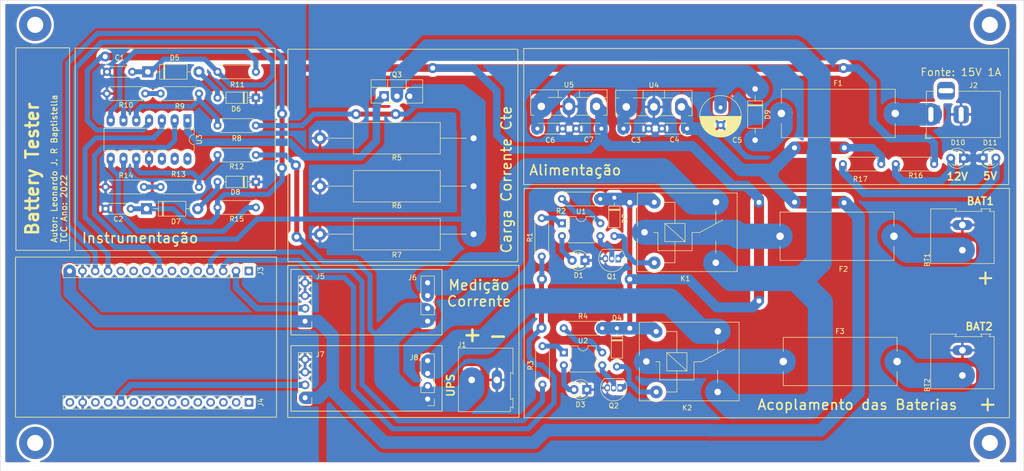
<source format=kicad_pcb>
(kicad_pcb (version 20211014) (generator pcbnew)
  (layers (0 "F.Cu" signal) (31 "B.Cu" signal) (34 "B.Paste" user) (35 "F.Paste" user) (36 "B.SilkS" user "B.Silkscreen") (37 "F.SilkS" user "F.Silkscreen") (38 "B.Mask" user) (39 "F.Mask" user) (44 "Edge.Cuts" user))
  (net 0 "")
  (net 1 "GND")
  (net 2 "Net-(D1-Pad2)")
  (net 3 "+12V")
  (net 4 "Net-(D2-Pad2)")
  (net 5 "+bat1")
  (net 6 "LOAD")
  (net 7 "Net-(Q1-Pad2)")
  (net 8 "Net-(R1-Pad2)")
  (net 9 "Net-(R2-Pad1)")
  (net 10 "Net-(D3-Pad2)")
  (net 11 "Net-(D4-Pad2)")
  (net 12 "+bat2")
  (net 13 "Net-(Q3-Pad1)")
  (net 14 "Net-(Q2-Pad2)")
  (net 15 "Net-(R3-Pad2)")
  (net 16 "Net-(R4-Pad1)")
  (net 17 "Net-(D10-Pad2)")
  (net 18 "Net-(D11-Pad2)")
  (net 19 "Net-(D5-Pad2)")
  (net 20 "Net-(D7-Pad2)")
  (net 21 "V_IN1")
  (net 22 "Net-(F1-Pad2)")
  (net 23 "Net-(R10-Pad1)")
  (net 24 "+UPS")
  (net 25 "Net-(R8-Pad2)")
  (net 26 "Net-(R11-Pad1)")
  (net 27 "Net-(R13-Pad2)")
  (net 28 "Net-(R12-Pad2)")
  (net 29 "Net-(BT1-Pad1)")
  (net 30 "Net-(BT2-Pad1)")
  (net 31 "Net-(C3-Pad1)")
  (net 32 "+5V")
  (net 33 "Net-(D9-Pad2)")
  (net 34 "Net-(R15-Pad1)")
  (net 35 "AMP1")
  (net 36 "AMP2")
  (net 37 "EN")
  (net 38 "VP")
  (net 39 "VN")
  (net 40 "D34")
  (net 41 "D35")
  (net 42 "D32")
  (net 43 "D33")
  (net 44 "D25")
  (net 45 "D26")
  (net 46 "D27")
  (net 47 "D14")
  (net 48 "D12")
  (net 49 "D13")
  (net 50 "D23")
  (net 51 "D22")
  (net 52 "TX0")
  (net 53 "RX0")
  (net 54 "D21")
  (net 55 "D19")
  (net 56 "D18")
  (net 57 "D5")
  (net 58 "TX2")
  (net 59 "RX2")
  (net 60 "D4")
  (net 61 "D2")
  (net 62 "D15")
  (net 63 "+3V3")
  (footprint "Resistor_THT:R_Axial_DIN0207_L6.3mm_D2.5mm_P7.62mm_Horizontal" (layer "F.Cu") (at 91.01 92.186 180)
    (fp_text reference "R13")
    (fp_text value "6.2k" hide)
  )
  (footprint "Resistor_THT:R_Axial_DIN0617_L17.0mm_D6.0mm_P30.48mm_Horizontal" (layer "F.Cu") (at 145.532 101.557 180)
    (fp_text reference "R7")
    (fp_text value "1.5R" hide)
  )
  (footprint "Fuse:Fuseholder_Cylinder-5x20mm_Stelvio-Kontek_PTF78_Horizontal_Open" (layer "F.Cu") (at 206.368 101.967)
    (fp_text reference "F2")
    (fp_text value "Fuse" hide)
  )
  (footprint "Connector_PinHeader_2.54mm:PinHeader_1x04_P2.54mm_Vertical" (layer "F.Cu") (at 112.07 134.022 180)
    (fp_text reference "J7")
    (fp_text value "Conn_01x04" hide)
  )
  (footprint "Package_DIP:DIP-4_W7.62mm" (layer "F.Cu") (at 163.068 99.393)
    (fp_text reference "U1")
    (fp_text value "PC817" hide)
  )
  (footprint "Resistor_THT:R_Axial_DIN0207_L6.3mm_D2.5mm_P7.62mm_Horizontal" (layer "F.Cu") (at 102.313 96.25 180)
    (fp_text reference "R15")
    (fp_text value "1k" hide)
  )
  (footprint "Connector_PinHeader_2.54mm:PinHeader_1x04_P2.54mm_Vertical" (layer "F.Cu") (at 112.07 118.832 180)
    (fp_text reference "J5")
    (fp_text value "Conn_01x04" hide)
  )
  (footprint "Diode_THT:D_DO-41_SOD81_P10.16mm_Horizontal" (layer "F.Cu") (at 80.85 69.326)
    (fp_text reference "D5")
    (fp_text value "1N4728A" hide)
  )
  (footprint "Connector_BarrelJack:BarrelJack_Horizontal" (layer "F.Cu") (at 236.306 77.7785 180)
    (fp_text reference "J2")
    (fp_text value "Jack-DC" hide)
  )
  (footprint "MountingHole:MountingHole_3.2mm_M3_Pad" (layer "F.Cu") (at 58.5 60)
    (fp_text reference "REF**" hide)
    (fp_text value "MountingHole_3.2mm_M3_Pad" hide)
  )
  (footprint "Resistor_THT:R_Axial_DIN0207_L6.3mm_D2.5mm_P7.62mm_Horizontal" (layer "F.Cu") (at 102.313 79.994 180)
    (fp_text reference "R8")
    (fp_text value "33k" hide)
  )
  (footprint "Diode_THT:D_DO-35_SOD27_P7.62mm_Horizontal" (layer "F.Cu") (at 102.313 91.17 180)
    (fp_text reference "D8")
    (fp_text value "1N4148" hide)
  )
  (footprint "LED_THT:LED_D3.0mm" (layer "F.Cu") (at 167.635 106.764 180)
    (fp_text reference "D1")
    (fp_text value "LED" hide)
  )
  (footprint "Package_TO_SOT_THT:TO-92_Inline" (layer "F.Cu") (at 174.609 132.058 180)
    (fp_text reference "Q2")
    (fp_text value "BC337" hide)
  )
  (footprint "LED_THT:LED_D3.0mm" (layer "F.Cu") (at 246.67 86.442)
    (fp_text reference "D11")
    (fp_text value "LED" hide)
  )
  (footprint "Resistor_THT:R_Axial_DIN0617_L17.0mm_D6.0mm_P30.48mm_Horizontal" (layer "F.Cu") (at 145.532 82.507 180)
    (fp_text reference "R5")
    (fp_text value "1.5R" hide)
  )
  (footprint "Diode_THT:D_DO-41_SOD81_P10.16mm_Horizontal" (layer "F.Cu") (at 80.596 96.504)
    (fp_text reference "D7")
    (fp_text value "1N4728A" hide)
  )
  (footprint "Connector_PinHeader_2.54mm:PinHeader_1x04_P2.54mm_Vertical" (layer "F.Cu") (at 136.4 134.282 180)
    (fp_text reference "J8")
    (fp_text value "Conn_01x04" hide)
  )
  (footprint "Resistor_THT:R_Axial_DIN0207_L6.3mm_D2.5mm_P7.62mm_Horizontal" (layer "F.Cu") (at 159.2 131.402 90)
    (fp_text reference "R3")
    (fp_text value "1K" hide)
  )
  (footprint "Package_DIP:DIP-14_W7.62mm_LongPads" (layer "F.Cu") (at 88.729 78.963 -90)
    (fp_text reference "U3")
    (fp_text value "LM324" hide)
  )
  (footprint "Resistor_THT:R_Axial_DIN0207_L6.3mm_D2.5mm_P7.62mm_Horizontal" (layer "F.Cu") (at 102.313 85.836 180)
    (fp_text reference "R12")
    (fp_text value "33k" hide)
  )
  (footprint "MountingHole:MountingHole_3.2mm_M3_Pad" (layer "F.Cu") (at 58.5 143)
    (fp_text reference "REF**" hide)
    (fp_text value "MountingHole_3.2mm_M3_Pad" hide)
  )
  (footprint "Diode_THT:D_DO-35_SOD27_P7.62mm_Horizontal" (layer "F.Cu") (at 102.313 74.4695 180)
    (fp_text reference "D6")
    (fp_text value "1N4148" hide)
  )
  (footprint "Resistor_THT:R_Axial_DIN0207_L6.3mm_D2.5mm_P7.62mm_Horizontal" (layer "F.Cu") (at 163.058 94.572)
    (fp_text reference "R2")
    (fp_text value "1K" hide)
  )
  (footprint "Resistor_THT:R_Axial_DIN0207_L6.3mm_D2.5mm_P7.62mm_Horizontal" (layer "F.Cu") (at 218.83 87.642)
    (fp_text reference "R17")
    (fp_text value "330" hide)
  )
  (footprint "Resistor_THT:R_Axial_DIN0207_L6.3mm_D2.5mm_P7.62mm_Horizontal" (layer "F.Cu") (at 229.34 87.642)
    (fp_text reference "R16")
    (fp_text value "700" hide)
  )
  (footprint "Package_TO_SOT_THT:TO-92_Inline" (layer "F.Cu") (at 174.234 106.404 180)
    (fp_text reference "Q1")
    (fp_text value "BC337" hide)
  )
  (footprint "MountingHole:MountingHole_3.2mm_M3_Pad" (layer "F.Cu") (at 248 143)
    (fp_text reference "REF**" hide)
    (fp_text value "MountingHole_3.2mm_M3_Pad" hide)
  )
  (footprint "TerminalBlock:TerminalBlock_Altech_AK300-2_P5.00mm" (layer "F.Cu") (at 242.56 104.732 90)
    (fp_text reference "BT1")
    (fp_text value "Battery_Cell")
  )
  (footprint "Package_TO_SOT_THT:TO-220-3_Vertical" (layer "F.Cu") (at 127.762 74.168)
    (fp_text reference "Q3")
    (fp_text value "IRF540N" hide)
  )
  (footprint "Resistor_THT:R_Axial_DIN0207_L6.3mm_D2.5mm_P7.62mm_Horizontal" (layer "F.Cu") (at 163.433 120.226)
    (fp_text reference "R4")
    (fp_text value "1K" hide)
  )
  (footprint "Fuse:Fuseholder_Cylinder-5x20mm_Stelvio-Kontek_PTF78_Horizontal_Open" (layer "F.Cu") (at 206.622 77.583)
    (fp_text reference "F1")
    (fp_text value "Fuse" hide)
  )
  (footprint "Diode_THT:D_DO-35_SOD27_P7.62mm_Horizontal" (layer "F.Cu") (at 173.472 94.318 -90)
    (fp_text reference "D2")
    (fp_text value "1N4148" hide)
  )
  (footprint "Package_DIP:DIP-4_W7.62mm" (layer "F.Cu") (at 163.443 125.047)
    (fp_text reference "U2")
    (fp_text value "PC817" hide)
  )
  (footprint "Fuse:Fuseholder_Cylinder-5x20mm_Stelvio-Kontek_PTF78_Horizontal_Open" (layer "F.Cu") (at 206.997 126.83)
    (fp_text reference "F3")
    (fp_text value "Fuse" hide)
  )
  (footprint "Connector_PinHeader_2.54mm:PinHeader_1x15_P2.54mm_Vertical" (layer "F.Cu") (at 100.94 134.942 -90)
    (fp_text reference "J4")
    (fp_text value "Conn_01x15" hide)
  )
  (footprint "Capacitor_THT:C_Disc_D4.3mm_W1.9mm_P5.00mm" (layer "F.Cu") (at 77.468 96.504 180)
    (fp_text reference "C2")
    (fp_text value "10n" hide)
  )
  (footprint "MountingHole:MountingHole_3.2mm_M3_Pad" (layer "F.Cu") (at 248 60)
    (fp_text reference "REF**" hide)
    (fp_text value "MountingHole_3.2mm_M3_Pad" hide)
  )
  (footprint "Package_TO_SOT_THT:TO-218-3_Vertical" (layer "F.Cu") (at 158.966 76.193)
    (fp_text reference "U5")
    (fp_text value "L7812" hide)
  )
  (footprint "Resistor_THT:R_Axial_DIN0617_L17.0mm_D6.0mm_P30.48mm_Horizontal" (layer "F.Cu") (at 145.532 92.032 180)
    (fp_text reference "R6")
    (fp_text value "1.5R" hide)
  )
  (footprint "Relay_THT:Relay_SPDT_SANYOU_SRD_Series_Form_C" (layer "F.Cu") (at 179.45 101.176)
    (fp_text reference "K1")
    (fp_text value "AY1RC2" hide)
  )
  (footprint "Connector_PinHeader_2.54mm:PinHeader_1x04_P2.54mm_Vertical" (layer "F.Cu") (at 136.4 118.822 180)
    (fp_text reference "J6")
    (fp_text value "Conn_01x04" hide)
  )
  (footprint "Resistor_THT:R_Axial_DIN0207_L6.3mm_D2.5mm_P7.62mm_Horizontal" (layer "F.Cu") (at 80.342 73.644 180)
    (fp_text reference "R10")
    (fp_text value "330" hide)
  )
  (footprint "Relay_THT:Relay_SPDT_SANYOU_SRD_Series_Form_C" (layer "F.Cu") (at 179.825 126.83)
    (fp_text reference "K2")
    (fp_text value "AY1RC2" hide)
  )
  (footprint "Diode_THT:D_DO-35_SOD27_P7.62mm_Horizontal" (layer "F.Cu") (at 173.98 120.226 -90)
    (fp_text reference "D4")
    (fp_text value "1N4148" hide)
  )
  (footprint "TerminalBlock:TerminalBlock_Altech_AK300-2_P5.00mm" (layer "F.Cu") (at 145.145 130.482)
    (fp_text reference "J1")
    (fp_text value "Screw_Terminal_01x02" hide)
  )
  (footprint "Resistor_THT:R_Axial_DIN0207_L6.3mm_D2.5mm_P7.62mm_Horizontal" (layer "F.Cu") (at 91.01 73.644 180)
    (fp_text reference "R9")
    (fp_text value "6.2k" hide)
  )
  (footprint "Capacitor_THT:C_Disc_D4.3mm_W1.9mm_P5.00mm" (layer "F.Cu") (at 158.192 80.602)
    (fp_text reference "C6")
    (fp_text value "22uf" hide)
  )
  (footprint "Package_TO_SOT_THT:TO-218-3_Vertical" (layer "F.Cu") (at 175.831 76.284)
    (fp_text reference "U4")
    (fp_text value "L7805" hide)
  )
  (footprint "LED_THT:LED_D3.0mm" (layer "F.Cu") (at 168.01 132.418 180)
    (fp_text reference "D3")
    (fp_text value "LED" hide)
  )
  (footprint "LED_THT:LED_D3.0mm" (layer "F.Cu") (at 242.79 86.492 180)
    (fp_text reference "D10")
    (fp_text value "LED" hide)
  )
  (footprint "Capacitor_THT:C_Disc_D4.3mm_W1.9mm_P5.00mm" (layer "F.Cu") (at 187.91 80.602 180)
    (fp_text reference "C4")
    (fp_text value "0.1uf" hide)
  )
  (footprint "Capacitor_THT:CP_Radial_D8.0mm_P3.50mm" (layer "F.Cu") (at 194.554 76.409349 -90)
    (fp_text reference "C5")
    (fp_text value "220uf" hide)
  )
  (footprint "Capacitor_THT:C_Disc_D4.3mm_W1.9mm_P5.00mm" (layer "F.Cu") (at 175.29 80.602)
    (fp_text reference "C3")
    (fp_text value "22uf" hide)
  )
  (footprint "Resistor_THT:R_Axial_DIN0207_L6.3mm_D2.5mm_P7.62mm_Horizontal" (layer "F.Cu") (at 102.313 69.326 180)
    (fp_text reference "R11")
    (fp_text value "1k" hide)
  )
  (footprint "TerminalBlock:TerminalBlock_Altech_AK300-2_P5.00mm" (layer "F.Cu") (at 242.56 129.595 90)
    (fp_text reference "BT2")
    (fp_text value "Battery_Cell")
  )
  (footprint "Capacitor_THT:C_Disc_D4.3mm_W1.9mm_P5.00mm" (layer "F.Cu") (at 77.762 69.326 180)
    (fp_text reference "C1")
    (fp_text value "10n" hide)
  )
  (footprint "Diode_THT:D_DO-41_SOD81_P10.16mm_Horizontal" (layer "F.Cu") (at 201.412 72.728 -90)
    (fp_text reference "D9")
    (fp_text value "1N4007" hide)
  )
  (footprint "Resistor_THT:R_Axial_DIN0207_L6.3mm_D2.5mm_P7.62mm_Horizontal" (layer "F.Cu") (at 159.06 105.992 90)
    (fp_text reference "R1")
    (fp_text value "1K" hide)
  )
  (footprint "Resistor_THT:R_Axial_DIN0207_L6.3mm_D2.5mm_P7.62mm_Horizontal" (layer "F.Cu") (at 80.088 92.186 180)
    (fp_text reference "R14")
    (fp_text value "330" hide)
  )
  (footprint "Connector_PinHeader_2.54mm:PinHeader_1x15_P2.54mm_Vertical" (layer "F.Cu") (at 100.9 108.862 -90)
    (fp_text reference "J3")
    (fp_text value "Conn_01x15" hide)
  )
  (footprint "Capacitor_THT:C_Disc_D4.3mm_W1.9mm_P5.00mm" (layer "F.Cu") (at 170.892 80.602 180)
    (fp_text reference "C7")
    (fp_text value "0.1uf" hide)
  )
  (gr_poly (pts (xy 147.828 75.184) (xy 147.828 80.518) (xy 143.002 80.518) (xy 143.002 77.216) (xy 141.986 76.454) (xy 133.604 76.454) (xy 132.334 75.692) (xy 132.334 72.898) (xy 133.604 71.882) (xy 143.51 71.882)) (layer "B.Cu") (width 0.2) (fill solid))
  (gr_poly (pts (xy 211.074 63.754) (xy 209.804 67.056) (xy 136.398 67.056) (xy 132.334 71.374) (xy 129.032 71.374) (xy 129.032 69.723) (xy 135.763 62.992) (xy 209.804 62.992)) (layer "B.Cu") (width 0.2) (fill solid))
  (gr_rect locked (start 139.27 136.692) (end 109.27 123.692) (layer "F.SilkS") (width 0.15) (fill none))
  (gr_rect locked (start 54.67 104.75) (end 65.33 64.56) (layer "F.SilkS") (width 0.15) (fill none))
  (gr_rect locked (start 139.26 121.552) (end 109.26 108.552) (layer "F.SilkS") (width 0.15) (fill none))
  (gr_rect locked (start 108.662 64.842) (end 154.302 107.022) (layer "F.SilkS") (width 0.15) (fill none))
  (gr_rect locked (start 155.48 64.692) (end 251.75 91.712) (layer "F.SilkS") (width 0.15) (fill none))
  (gr_rect locked (start 106.143 64.634) (end 66.433 104.794) (layer "F.SilkS") (width 0.15) (fill none))
  (gr_rect locked (start 155.57 92.462) (end 251.89 137.992) (layer "F.SilkS") (width 0.15) (fill none))
  (gr_rect locked (start 106.395 106.112) (end 54.585 137.892) (layer "F.SilkS") (width 0.15) (fill none))
  (gr_rect locked (start 108.63 107.742) (end 154.53 137.932) (layer "F.SilkS") (width 0.15) (fill none))
  (gr_rect locked (start 51.562 55.118) (end 254.762 148.59) (layer "Edge.Cuts") (width 0.1) (fill none))
  (gr_text "+" (at 247.59 135.192) (layer "F.SilkS") (effects (font (size 3 3) (thickness 0.4))))
  (gr_text "12V" (at 241.55 90.102) (layer "F.SilkS") (effects (font (size 1.5 1.5) (thickness 0.3))))
  (gr_text "+" (at 145.288 121.412) (layer "F.SilkS") (effects (font (size 3 3) (thickness 0.5))))
  (gr_text "Battery Tester" (at 57.912 88.592285 90) (layer "F.SilkS") (effects (font (size 2.5 2.5) (thickness 0.5))))
  (gr_text "Instrumentação\n" (at 79.32 102.312) (layer "F.SilkS") (effects (font (size 2 2) (thickness 0.3))))
  (gr_text "-" (at 150.368 121.666) (layer "F.SilkS") (effects (font (size 3 3) (thickness 0.5))))
  (gr_text "Alimentação" (at 165.7 88.852) (layer "F.SilkS") (effects (font (size 2 2) (thickness 0.3))))
  (gr_text "5V" (at 248.06 90.012) (layer "F.SilkS") (effects (font (size 1.5 1.5) (thickness 0.3))))
  (gr_text "Carga Corrente Cte\n" (at 152.04 90.712 90) (layer "F.SilkS") (effects (font (size 2 2) (thickness 0.3))))
  (gr_text "Acoplamento das Baterias\n\n" (at 221.72 137.022) (layer "F.SilkS") (effects (font (size 2 2) (thickness 0.3))))
  (gr_text "UPS" (at 140.97 131.572 90) (layer "F.SilkS") (effects (font (size 1.5 1.5) (thickness 0.3))))
  (gr_text "Fonte: 15V 1A" (at 242.25 69.402) (layer "F.SilkS") (effects (font (size 1.5 1.5))))
  (gr_text "Medição\nCorrente\n" (at 146.59 113.272) (layer "F.SilkS") (effects (font (size 2 2) (thickness 0.3))))
  (gr_text "BAT2" (at 245.872 119.888) (layer "F.SilkS") (effects (font (size 1.5 1.5) (thickness 0.3))))
  (gr_text "+" (at 247.14 110.062) (layer "F.SilkS") (effects (font (size 3 3) (thickness 0.4))))
  (gr_text "BAT1" (at 246.126 94.996) (layer "F.SilkS") (effects (font (size 1.5 1.5) (thickness 0.3))))
  (gr_text "Autor: Leonardo J. R Baptistella\nTCC Ano: 2022" (at 63.246 103.378 90) (layer "F.SilkS") (effects (font (size 1.2 1.2) (thickness 0.2)) (justify left)))
  (segment locked (start 242.82 86.462) (end 242.79 86.492) (width 1.5) (layer "B.Cu") (net 1))
  (segment locked (start 246.67 86.442) (end 246.65 86.462) (width 1.5) (layer "B.Cu") (net 1))
  (segment locked (start 246.65 86.462) (end 242.82 86.462) (width 1.5) (layer "B.Cu") (net 1))
  (segment locked (start 163.068 101.933) (end 163.068 104.737) (width 1) (layer "B.Cu") (net 2))
  (segment locked (start 163.068 104.737) (end 165.095 106.764) (width 1) (layer "B.Cu") (net 2))
  (segment locked (start 176.53 109.728) (end 176.53 120.226) (width 1) (layer "F.Cu") (net 3))
  (segment locked (start 202.184 95.25) (end 202.184 114.808) (width 2) (layer "F.Cu") (net 3))
  (segment (start 109.474 66.294) (end 72.39 66.294) (width 1.5) (layer "F.Cu") (net 3))
  (segment (start 111.76 68.58) (end 109.474 66.294) (width 1.5) (layer "F.Cu") (net 3))
  (segment (start 137.414 68.58) (end 218.948 68.58) (width 1.5) (layer "F.Cu") (net 3))
  (segment (start 137.414 68.58) (end 111.76 68.58) (width 1.5) (layer "F.Cu") (net 3))
  (segment locked (start 176.53 95.25) (end 176.53 109.728) (width 1) (layer "F.Cu") (net 3))
  (via locked (at 72.39 66.294) (size 2) (drill 1) (layers "F.Cu" "B.Cu") (net 3))
  (via (at 218.948 68.58) (size 2) (drill 1) (layers "F.Cu" "B.Cu") (net 3))
  (via locked (at 137.414 68.58) (size 2) (drill 1) (layers "F.Cu" "B.Cu") (net 3))
  (via locked (at 176.53 120.226) (size 2) (drill 1) (layers "F.Cu" "B.Cu") (net 3))
  (via locked (at 176.53 95.25) (size 2) (drill 1) (layers "F.Cu" "B.Cu") (net 3))
  (via locked (at 202.184 114.808) (size 2) (drill 1) (layers "F.Cu" "B.Cu") (net 3))
  (via locked (at 176.53 110.49) (size 2) (drill 1) (layers "F.Cu" "B.Cu") (net 3))
  (via locked (at 202.184 95.25) (size 2) (drill 1) (layers "F.Cu" "B.Cu") (net 3))
  (segment locked (start 68.834 78.994) (end 68.834 77.216) (width 1) (layer "B.Cu") (net 3))
  (segment locked (start 68.834 69.088) (end 71.628 66.294) (width 1) (layer "B.Cu") (net 3))
  (segment locked (start 171.053 120.226) (end 181.121 120.226) (width 2.5) (layer "B.Cu") (net 3))
  (segment locked (start 202.184 95.25) (end 202.184 94.488) (width 2) (layer "B.Cu") (net 3))
  (segment locked (start 71.628 66.294) (end 72.39 66.294) (width 1) (layer "B.Cu") (net 3))
  (segment locked (start 150.114 73.152) (end 150.114 81.788) (width 1.5) (layer "B.Cu") (net 3))
  (segment locked (start 188.976 84.074) (end 196.85 91.948) (width 2) (layer "B.Cu") (net 3))
  (segment locked (start 196.85 91.948) (end 199.644 91.948) (width 2) (layer "B.Cu") (net 3))
  (segment locked (start 80.01 80.772) (end 79.91948 80.86252) (width 1) (layer "B.Cu") (net 3))
  (segment locked (start 180.746 94.572) (end 181.4 95.226) (width 2.5) (layer "B.Cu") (net 3))
  (segment locked (start 199.644 91.948) (end 202.184 94.488) (width 2) (layer "B.Cu") (net 3))
  (segment locked (start 150.114 81.788) (end 153.162 84.836) (width 1.5) (layer "B.Cu") (net 3))
  (segment locked (start 68.834 77.216) (end 68.834 69.088) (width 1) (layer "B.Cu") (net 3))
  (segment locked (start 70.70252 80.86252) (end 69.596 79.756) (width 1) (layer "B.Cu") (net 3))
  (segment locked (start 188.214 110.49) (end 193.802 116.078) (width 2) (layer "B.Cu") (net 3))
  (segment locked (start 170.892 82.5) (end 172.466 84.074) (width 2) (layer "B.Cu") (net 3))
  (segment locked (start 153.162 84.836) (end 168.556 84.836) (width 1.5) (layer "B.Cu") (net 3))
  (segment locked (start 176.774 94.572) (end 180.746 94.572) (width 1) (layer "B.Cu") (net 3))
  (segment locked (start 172.466 84.074) (end 188.976 84.074) (width 2) (layer "B.Cu") (net 3))
  (segment locked (start 177.79 120.226) (end 181.121 120.226) (width 1) (layer "B.Cu") (net 3))
  (segment locked (start 170.678 94.572) (end 174.488 94.572) (width 1.25) (layer "B.Cu") (net 3))
  (segment locked (start 236.982 83.566) (end 236.96 83.588) (width 1.5) (layer "B.Cu") (net 3))
  (segment locked (start 170.892 80.602) (end 170.892 77.169) (width 2.5) (layer "B.Cu") (net 3))
  (segment locked (start 79.91948 80.86252) (end 70.70252 80.86252) (width 1) (layer "B.Cu") (net 3))
  (segment locked (start 221.742 68.58) (end 224.79 71.628) (width 1.5) (layer "B.Cu") (net 3))
  (segment locked (start 224.79 71.628) (end 224.79 79.248) (width 1.5) (layer "B.Cu") (net 3))
  (segment locked (start 170.892 77.169) (end 169.916 76.193) (width 2.5) (layer "B.Cu") (net 3))
  (segment locked (start 168.556 84.836) (end 170.892 82.5) (width 1.5) (layer "B.Cu") (net 3))
  (segment locked (start 176.53 110.49) (end 188.214 110.49) (width 2) (layer "B.Cu") (net 3))
  (segment locked (start 81.109 79.673) (end 80.01 80.772) (width 1) (layer "B.Cu") (net 3))
  (segment locked (start 137.414 68.58) (end 145.542 68.58) (width 1.5) (layer "B.Cu") (net 3))
  (segment locked (start 193.802 116.078) (end 200.914 116.078) (width 2) (layer "B.Cu") (net 3))
  (segment locked (start 170.892 80.602) (end 170.892 82.42) (width 2.5) (layer "B.Cu") (net 3))
  (segment locked (start 224.79 79.248) (end 228.092 82.55) (width 1.5) (layer "B.Cu") (net 3))
  (segment locked (start 200.914 116.078) (end 202.184 114.808) (width 2) (layer "B.Cu") (net 3))
  (segment locked (start 81.109 78.963) (end 81.109 79.673) (width 1) (layer "B.Cu") (net 3))
  (segment (start 218.948 68.58) (end 221.742 68.58) (width 1.5) (layer "B.Cu") (net 3))
  (segment locked (start 170.678 94.572) (end 180.746 94.572) (width 2.5) (layer "B.Cu") (net 3))
  (segment locked (start 170.892 82.42) (end 170.892 82.5) (width 2.5) (layer "B.Cu") (net 3))
  (segment locked (start 171.053 120.226) (end 175.625 120.226) (width 1) (layer "B.Cu") (net 3))
  (segment locked (start 236.96 83.588) (end 236.96 87.642) (width 1.5) (layer "B.Cu") (net 3))
  (segment locked (start 181.121 120.226) (end 181.775 120.88) (width 2.5) (layer "B.Cu") (net 3))
  (segment locked (start 175.625 120.226) (end 177.79 120.226) (width 1) (layer "B.Cu") (net 3))
  (segment locked (start 235.966 82.55) (end 236.982 83.566) (width 1.5) (layer "B.Cu") (net 3))
  (segment locked (start 69.596 79.756) (end 68.834 78.994) (width 1) (layer "B.Cu") (net 3))
  (segment locked (start 145.542 68.58) (end 150.114 73.152) (width 1.5) (layer "B.Cu") (net 3))
  (segment locked (start 228.092 82.55) (end 235.966 82.55) (width 1.5) (layer "B.Cu") (net 3))
  (segment locked (start 175.504 105.134) (end 174.234 106.404) (width 1) (layer "B.Cu") (net 4))
  (segment locked (start 173.472 101.938) (end 174.996 101.938) (width 1) (layer "B.Cu") (net 4))
  (segment locked (start 177.596 107.226) (end 181.4 107.226) (width 1) (layer "B.Cu") (net 4))
  (segment locked (start 175.504 105.134) (end 177.596 107.226) (width 1) (layer "B.Cu") (net 4))
  (segment locked (start 174.996 101.938) (end 175.504 102.446) (width 1) (layer "B.Cu") (net 4))
  (segment locked (start 175.504 102.446) (end 175.504 105.134) (width 1) (layer "B.Cu") (net 4))
  (segment locked (start 179.45 101.176) (end 197.348 101.176) (width 5) (layer "B.Cu") (net 5))
  (segment locked (start 197.348 101.176) (end 198.139 101.967) (width 5) (layer "B.Cu") (net 5))
  (segment locked (start 206.368 101.967) (end 198.139 101.967) (width 5) (layer "B.Cu") (net 5))
  (segment locked (start 183.632 65.362) (end 204.206 65.362) (width 3) (layer "B.Cu") (net 6))
  (segment locked (start 214.112 75.268) (end 214.112 69.934) (width 4.5) (layer "B.Cu") (net 6))
  (segment locked (start 214.366 133.688) (end 214.366 115.175) (width 5) (layer "B.Cu") (net 6))
  (segment locked (start 209.54 110.349) (end 210.781 110.349) (width 5) (layer "B.Cu") (net 6))
  (segment locked (start 211.572 67.394) (end 209.54 65.362) (width 4.5) (layer "B.Cu") (net 6))
  (segment locked (start 193.975 132.88) (end 196.895 135.8) (width 5) (layer "B.Cu") (net 6))
  (segment locked (start 204.206 65.362) (end 209.54 65.362) (width 3.5) (layer "B.Cu") (net 6))
  (segment locked (start 130.302 74.168) (end 130.302 71.732) (width 2.5) (layer "B.Cu") (net 6))
  (segment locked (start 162.042 65.362) (end 179.822 65.362) (width 3.25) (layer "B.Cu") (net 6))
  (segment locked (start 210.781 110.349) (end 214.112 107.018) (width 5) (layer "B.Cu") (net 6))
  (segment locked (start 179.822 65.362) (end 204.206 65.362) (width 3.5) (layer "B.Cu") (net 6))
  (segment locked (start 136.642 65.362) (end 149.342 65.362) (width 2.5) (layer "B.Cu") (net 6))
  (segment locked (start 214.112 75.268) (end 214.112 85.428) (width 4.5) (layer "B.Cu") (net 6))
  (segment locked (start 179.822 65.362) (end 183.632 65.362) (width 3.25) (layer "B.Cu") (net 6))
  (segment locked (start 130.287 71.717) (end 136.642 65.362) (width 2.5) (layer "B.Cu") (net 6))
  (segment locked (start 212.254 135.8) (end 214.366 133.688) (width 5) (layer "B.Cu") (net 6))
  (segment locked (start 196.723 110.349) (end 193.6 107.226) (width 5) (layer "B.Cu") (net 6))
  (segment locked (start 214.112 107.018) (end 214.112 85.428) (width 5) (layer "B.Cu") (net 6))
  (segment locked (start 196.895 135.8) (end 212.254 135.8) (width 5) (layer "B.Cu") (net 6))
  (segment locked (start 214.112 69.934) (end 211.572 67.394) (width 4.5) (layer "B.Cu") (net 6))
  (segment locked (start 149.342 65.362) (end 162.042 65.362) (width 3) (layer "B.Cu") (net 6))
  (segment locked (start 130.302 71.732) (end 130.287 71.717) (width 2.5) (layer "B.Cu") (net 6))
  (segment locked (start 209.54 110.349) (end 196.723 110.349) (width 5) (layer "B.Cu") (net 6))
  (segment locked (start 214.366 115.175) (end 209.54 110.349) (width 5) (layer "B.Cu") (net 6))
  (segment locked (start 172.964 104.478) (end 172.202 103.716) (width 1) (layer "B.Cu") (net 7))
  (segment locked (start 172.964 106.404) (end 172.964 104.478) (width 1) (layer "B.Cu") (net 7))
  (segment locked (start 172.202 103.716) (end 171.186 103.716) (width 1) (layer "B.Cu") (net 7))
  (segment locked (start 171.186 103.716) (end 170.688 103.218) (width 1) (layer "B.Cu") (net 7))
  (segment locked (start 170.688 103.218) (end 170.688 101.933) (width 1) (layer "B.Cu") (net 7))
  (segment locked (start 161.53 98.372) (end 159.06 98.372) (width 1) (layer "B.Cu") (net 8))
  (segment locked (start 163.068 99.393) (end 162.551 99.393) (width 1) (layer "B.Cu") (net 8))
  (segment locked (start 162.551 99.393) (end 161.53 98.372) (width 1) (layer "B.Cu") (net 8))
  (segment locked (start 163.058 94.572) (end 165.598 97.112) (width 1) (layer "B.Cu") (net 9))
  (segment locked (start 168.407 97.112) (end 170.688 99.393) (width 1) (layer "B.Cu") (net 9))
  (segment locked (start 165.598 97.112) (end 168.407 97.112) (width 1) (layer "B.Cu") (net 9))
  (segment locked (start 163.443 127.587) (end 163.443 131.412) (width 1) (layer "B.Cu") (net 10))
  (segment locked (start 164.449 132.418) (end 165.47 132.418) (width 1) (layer "B.Cu") (net 10))
  (segment locked (start 163.443 131.412) (end 164.449 132.418) (width 1) (layer "B.Cu") (net 10))
  (segment locked (start 176.387 130.894) (end 175.223 132.058) (width 1) (layer "B.Cu") (net 11))
  (segment locked (start 175.625 127.846) (end 176.387 128.608) (width 1) (layer "B.Cu") (net 11))
  (segment locked (start 175.223 132.058) (end 174.609 132.058) (width 1) (layer "B.Cu") (net 11))
  (segment locked (start 176.387 130.894) (end 178.373 132.88) (width 1) (layer "B.Cu") (net 11))
  (segment locked (start 176.387 128.608) (end 176.387 130.894) (width 1) (layer "B.Cu") (net 11))
  (segment locked (start 178.373 132.88) (end 181.775 132.88) (width 1) (layer "B.Cu") (net 11))
  (segment locked (start 173.98 127.846) (end 175.625 127.846) (width 1) (layer "B.Cu") (net 11))
  (segment locked (start 206.997 126.83) (end 179.825 126.83) (width 5) (layer "B.Cu") (net 12))
  (segment locked (start 111.874 86.19) (end 123.106 86.19) (width 1.5) (layer "B.Cu") (net 13))
  (segment locked (start 90.756 83.296) (end 108.98 83.296) (width 1.5) (layer "B.Cu") (net 13))
  (segment locked (start 123.106 86.19) (end 126.238 83.058) (width 1.5) (layer "B.Cu") (net 13))
  (segment locked (start 88.729 78.963) (end 88.729 81.269) (width 1.25) (layer "B.Cu") (net 13))
  (segment locked (start 88.729 81.269) (end 90.756 83.296) (width 1.25) (layer "B.Cu") (net 13))
  (segment locked (start 126.238 83.058) (end 126.238 75.692) (width 1.5) (layer "B.Cu") (net 13))
  (segment locked (start 126.238 75.692) (end 127.762 74.168) (width 1.5) (layer "B.Cu") (net 13))
  (segment locked (start 108.98 83.296) (end 111.874 86.19) (width 1.5) (layer "B.Cu") (net 13))
  (segment locked (start 173.339 131.015) (end 173.339 132.058) (width 1) (layer "B.Cu") (net 14))
  (segment locked (start 171.063 127.587) (end 171.063 128.739) (width 1) (layer "B.Cu") (net 14))
  (segment locked (start 171.063 128.739) (end 173.339 131.015) (width 1) (layer "B.Cu") (net 14))
  (segment locked (start 162.178 123.782) (end 163.443 125.047) (width 1) (layer "B.Cu") (net 15))
  (segment locked (start 159.2 123.782) (end 162.178 123.782) (width 1) (layer "B.Cu") (net 15))
  (segment locked (start 168.782 122.766) (end 171.063 125.047) (width 1) (layer "B.Cu") (net 16))
  (segment locked (start 165.973 122.766) (end 168.782 122.766) (width 1) (layer "B.Cu") (net 16))
  (segment locked (start 163.433 120.226) (end 165.973 122.766) (width 1) (layer "B.Cu") (net 16))
  (segment locked (start 229.34 87.642) (end 229.34 89.612) (width 1.5) (layer "B.Cu") (net 17))
  (segment locked (start 229.34 89.612) (end 230.73 91.002) (width 1.5) (layer "B.Cu") (net 17))
  (segment locked (start 238.28 91.002) (end 240.32 88.962) (width 1.5) (layer "B.Cu") (net 17))
  (segment locked (start 230.73 91.002) (end 238.28 91.002) (width 1.5) (layer "B.Cu") (net 17))
  (segment locked (start 240.32 88.962) (end 240.32 86.482) (width 1.5) (layer "B.Cu") (net 17))
  (segment locked (start 249.21 90.252) (end 249.21 86.442) (width 1.5) (layer "B.Cu") (net 18))
  (segment locked (start 223.11 93.492) (end 245.97 93.492) (width 1.5) (layer "B.Cu") (net 18))
  (segment locked (start 245.97 93.492) (end 249.21 90.252) (width 1.5) (layer "B.Cu") (net 18))
  (segment locked (start 218.83 89.212) (end 223.11 93.492) (width 1.5) (layer "B.Cu") (net 18))
  (segment locked (start 218.83 87.642) (end 218.83 89.212) (width 1.5) (layer "B.Cu") (net 18))
  (segment locked (start 94.693 73.009) (end 91.01 69.326) (width 1) (layer "B.Cu") (net 19))
  (segment locked (start 94.693 74.4695) (end 94.693 73.009) (width 1) (layer "B.Cu") (net 19))
  (segment locked (start 94.693 92.567) (end 90.756 96.504) (width 1) (layer "B.Cu") (net 20))
  (segment locked (start 94.693 91.17) (end 94.693 92.567) (width 1) (layer "B.Cu") (net 20))
  (segment locked (start 122.174 77.724) (end 130.048 77.724) (width 1) (layer "F.Cu") (net 21))
  (via locked (at 130.048 77.724) (size 2) (drill 1) (layers "F.Cu" "B.Cu") (net 21))
  (via locked (at 122.174 77.724) (size 2) (drill 1) (layers "F.Cu" "B.Cu") (net 21))
  (segment locked (start 130.048 77.724) (end 132.334 77.724) (width 1) (layer "B.Cu") (net 21))
  (segment locked (start 145.542 77.47) (end 142.24 74.168) (width 1) (layer "B.Cu") (net 21))
  (segment locked (start 145.532 82.507) (end 145.786 82.253) (width 2) (layer "B.Cu") (net 21))
  (segment locked (start 70.259 85.951) (end 71.842 84.368) (width 1) (layer "B.Cu") (net 21))
  (segment locked (start 142.24 74.168) (end 132.842 74.168) (width 1) (layer "B.Cu") (net 21))
  (segment locked (start 144.83 98.562) (end 145.532 99.264) (width 1) (layer "B.Cu") (net 21))
  (segment locked (start 145.532 99.264) (end 145.532 80.856) (width 5) (layer "B.Cu") (net 21))
  (segment locked (start 145.532 82.507) (end 145.532 86.444) (width 3) (layer "B.Cu") (net 21))
  (segment locked (start 111.522 79.994) (end 102.313 79.994) (width 1) (layer "B.Cu") (net 21))
  (segment locked (start 70.259 97.529) (end 75.27 102.54) (width 1) (layer "B.Cu") (net 21))
  (segment locked (start 133.604 74.93) (end 132.842 74.168) (width 1) (layer "B.Cu") (net 21))
  (segment locked (start 145.532 101.557) (end 145.532 99.264) (width 5) (layer "B.Cu") (net 21))
  (segment locked (start 122.174 77.724) (end 113.792 77.724) (width 1) (layer "B.Cu") (net 21))
  (segment locked (start 132.334 77.724) (end 133.604 76.454) (width 1) (layer "B.Cu") (net 21))
  (segment locked (start 102.54 98.562) (end 144.83 98.562) (width 1) (layer "B.Cu") (net 21))
  (segment locked (start 98.562 102.54) (end 102.54 98.562) (width 1) (layer "B.Cu") (net 21))
  (segment locked (start 145.532 90.762) (end 145.532 80.856) (width 1.5) (layer "B.Cu") (net 21))
  (segment locked (start 145.532 90.762) (end 145.532 101.557) (width 3) (layer "B.Cu") (net 21))
  (segment locked (start 70.259 85.951) (end 70.259 97.529) (width 1) (layer "B.Cu") (net 21))
  (segment locked (start 75.27 102.54) (end 98.562 102.54) (width 1) (layer "B.Cu") (net 21))
  (segment locked (start 71.842 84.368) (end 71.842 84.328) (width 1) (layer "B.Cu") (net 21))
  (segment locked (start 145.532 82.507) (end 145.532 77.48) (width 1) (layer "B.Cu") (net 21))
  (segment locked (start 84.836 84.328) (end 71.842 84.328) (width 1) (layer "B.Cu") (net 21))
  (segment locked (start 113.792 77.724) (end 111.522 79.994) (width 1) (layer "B.Cu") (net 21))
  (segment locked (start 144.488 98.22) (end 145.532 99.264) (width 1) (layer "B.Cu") (net 21))
  (segment locked (start 145.532 86.444) (end 145.532 90.762) (width 3) (layer "B.Cu") (net 21))
  (segment locked (start 145.532 77.48) (end 145.542 77.47) (width 1) (layer "B.Cu") (net 21))
  (segment locked (start 86.189 82.975) (end 84.836 84.328) (width 1) (layer "B.Cu") (net 21))
  (segment locked (start 133.604 76.454) (end 133.604 74.93) (width 1) (layer "B.Cu") (net 21))
  (segment locked (start 86.189 78.963) (end 86.189 82.975) (width 1) (layer "B.Cu") (net 21))
  (segment locked (start 229.4175 77.7785) (end 229.222 77.583) (width 4.5) (layer "B.Cu") (net 22))
  (segment locked (start 236.306 77.7785) (end 229.4175 77.7785) (width 4.5) (layer "B.Cu") (net 22))
  (segment locked (start 83.39 73.644) (end 80.342 73.644) (width 1) (layer "B.Cu") (net 23))
  (segment (start 110.43 87.824) (end 110.43 102.07) (width 1) (layer "F.Cu") (net 24))
  (segment locked (start 110.43 102.07) (end 110.4 102.1) (width 1) (layer "F.Cu") (net 24))
  (via (at 110.236 87.884) (size 2) (drill 1) (layers "F.Cu" "B.Cu") (net 24))
  (via locked (at 110.4 102.1) (size 2) (drill 1) (layers "F.Cu" "B.Cu") (net 24))
  (segment locked (start 122.27 107.03) (end 124.968 109.728) (width 1) (layer "B.Cu") (net 24))
  (segment locked (start 110.78 102.1) (end 115.71 107.03) (width 1) (layer "B.Cu") (net 24))
  (segment locked (start 124.968 109.728) (end 124.968 120.396) (width 1) (layer "B.Cu") (net 24))
  (segment locked (start 132.74 117.652) (end 135.73 117.652) (width 5) (layer "B.Cu") (net 24))
  (segment locked (start 143.16 134.302) (end 132.318 134.302) (width 5) (layer "B.Cu") (net 24))
  (segment locked (start 145.145 130.482) (end 145.145 132.317) (width 5) (layer "B.Cu") (net 24))
  (segment locked (start 145.145 132.317) (end 143.16 134.302) (width 5) (layer "B.Cu") (net 24))
  (segment locked (start 105.234 85.836) (end 108.186 85.836) (width 1) (layer "B.Cu") (net 24))
  (segment (start 108.186 85.836) (end 108.188 85.836) (width 1) (layer "B.Cu") (net 24))
  (segment locked (start 124.968 120.396) (end 126.676 122.104) (width 1) (layer "B.Cu") (net 24))
  (segment locked (start 126.676 122.104) (end 128.288 122.104) (width 1) (layer "B.Cu") (net 24))
  (segment locked (start 110.4 102.1) (end 110.78 102.1) (width 1) (layer "B.Cu") (net 24))
  (segment locked (start 128.288 130.272) (end 128.288 122.104) (width 5) (layer "B.Cu") (net 24))
  (segment locked (start 115.71 107.03) (end 122.27 107.03) (width 1) (layer "B.Cu") (net 24))
  (segment locked (start 132.318 134.302) (end 128.288 130.272) (width 5) (layer "B.Cu") (net 24))
  (segment locked (start 128.288 122.104) (end 132.74 117.652) (width 5) (layer "B.Cu") (net 24))
  (segment (start 108.188 85.836) (end 110.236 87.884) (width 1) (layer "B.Cu") (net 24))
  (segment locked (start 102.313 85.836) (end 105.234 85.836) (width 1) (layer "B.Cu") (net 24))
  (segment locked (start 79.58 76.184) (end 78.569 77.195) (width 1) (layer "B.Cu") (net 25))
  (segment locked (start 78.569 77.195) (end 78.569 78.963) (width 1) (layer "B.Cu") (net 25))
  (segment locked (start 91.01 74.914) (end 89.74 76.184) (width 1) (layer "B.Cu") (net 25))
  (segment locked (start 94.693 78.597) (end 91.01 74.914) (width 1) (layer "B.Cu") (net 25))
  (segment locked (start 91.01 73.644) (end 91.01 74.914) (width 1) (layer "B.Cu") (net 25))
  (segment locked (start 89.74 76.184) (end 79.58 76.184) (width 1) (layer "B.Cu") (net 25))
  (segment locked (start 94.693 79.994) (end 94.693 78.597) (width 1) (layer "B.Cu") (net 25))
  (segment locked (start 75.267 75.417) (end 75.267 74.909) (width 1) (layer "B.Cu") (net 26))
  (segment locked (start 76.029 76.189) (end 76.029 78.963) (width 1) (layer "B.Cu") (net 26))
  (segment locked (start 75.267 74.909) (end 75.267 75.427) (width 1) (layer "B.Cu") (net 26))
  (segment locked (start 75.262 68.31) (end 78.291 65.281) (width 1) (layer "B.Cu") (net 26))
  (segment locked (start 78.291 65.281) (end 100.451 65.281) (width 1) (layer "B.Cu") (net 26))
  (segment locked (start 100.451 65.281) (end 102.313 67.143) (width 1) (layer "B.Cu") (net 26))
  (segment locked (start 73.489 77.195) (end 75.267 75.417) (width 1) (layer "B.Cu") (net 26))
  (segment locked (start 75.262 69.58) (end 75.262 68.31) (width 1) (layer "B.Cu") (net 26))
  (segment locked (start 102.313 67.143) (end 102.313 69.326) (width 1) (layer "B.Cu") (net 26))
  (segment locked (start 75.267 74.909) (end 75.267 69.585) (width 1) (layer "B.Cu") (net 26))
  (segment locked (start 75.267 69.585) (end 75.262 69.58) (width 1) (layer "B.Cu") (net 26))
  (segment locked (start 73.489 78.963) (end 73.489 77.195) (width 1) (layer "B.Cu") (net 26))
  (segment locked (start 75.267 75.427) (end 76.029 76.189) (width 1) (layer "B.Cu") (net 26))
  (segment locked (start 80.088 92.186) (end 83.39 92.186) (width 1) (layer "B.Cu") (net 27))
  (segment locked (start 79.326 89.392) (end 89.74 89.392) (width 1) (layer "B.Cu") (net 28))
  (segment locked (start 91.01 90.662) (end 91.01 92.186) (width 1) (layer "B.Cu") (net 28))
  (segment locked (start 78.569 88.635) (end 79.326 89.392) (width 1) (layer "B.Cu") (net 28))
  (segment locked (start 78.569 86.583) (end 78.569 88.635) (width 1) (layer "B.Cu") (net 28))
  (segment locked (start 89.74 89.392) (end 91.01 90.662) (width 1) (layer "B.Cu") (net 28))
  (segment locked (start 94.693 85.836) (end 94.693 86.979) (width 1) (layer "B.Cu") (net 28))
  (segment locked (start 94.693 86.979) (end 91.01 90.662) (width 1) (layer "B.Cu") (net 28))
  (segment locked (start 231.733 104.732) (end 242.56 104.732) (width 5) (layer "B.Cu") (net 29))
  (segment locked (start 228.968 101.967) (end 231.733 104.732) (width 5) (layer "B.Cu") (net 29))
  (segment locked (start 232.362 129.595) (end 229.597 126.83) (width 5) (layer "B.Cu") (net 30))
  (segment locked (start 242.56 129.595) (end 232.362 129.595) (width 5) (layer "B.Cu") (net 30))
  (segment locked (start 158.192 76.967) (end 158.966 76.193) (width 2.5) (layer "B.Cu") (net 31))
  (segment locked (start 175.831 73.591) (end 175.831 71.565) (width 4.5) (layer "B.Cu") (net 31))
  (segment locked (start 175.831 73.591) (end 175.831 76.284) (width 4.5) (layer "B.Cu") (net 31))
  (segment locked (start 194.554 73.744) (end 198.081 70.217) (width 2.5) (layer "B.Cu") (net 31))
  (segment locked (start 175.29 76.825) (end 175.831 76.284) (width 2.5) (layer "B.Cu") (net 31))
  (segment locked (start 158.192 80.602) (end 158.192 76.967) (width 2.5) (layer "B.Cu") (net 31))
  (segment locked (start 175.831 71.565) (end 177.179 70.217) (width 4.5) (layer "B.Cu") (net 31))
  (segment locked (start 158.966 75.936089) (end 164.685089 70.217) (width 4.5) (layer "B.Cu") (net 31))
  (segment locked (start 158.966 76.193) (end 158.966 75.936089) (width 4.5) (layer "B.Cu") (net 31))
  (segment locked (start 177.179 70.217) (end 198.081 70.217) (width 4.5) (layer "B.Cu") (net 31))
  (segment locked (start 197.602 70.217) (end 199.38 70.217) (width 2) (layer "B.Cu") (net 31))
  (segment locked (start 164.685089 70.217) (end 177.179 70.217) (width 4.5) (layer "B.Cu") (net 31))
  (segment locked (start 175.29 80.602) (end 175.29 76.825) (width 2.5) (layer "B.Cu") (net 31))
  (segment locked (start 201.92 72.757) (end 199.38 70.217) (width 4.5) (layer "B.Cu") (net 31))
  (segment locked (start 194.554 76.409349) (end 194.554 73.744) (width 2.5) (layer "B.Cu") (net 31))
  (segment locked (start 198.081 70.217) (end 199.38 70.217) (width 4.5) (layer "B.Cu") (net 31))
  (segment locked (start 219.12 84.402) (end 209.232 84.402) (width 2.5) (layer "F.Cu") (net 32))
  (segment locked (start 209.232 84.402) (end 209.23 84.4) (width 2.5) (layer "F.Cu") (net 32))
  (segment locked (start 218.99 95.21) (end 219.08 95.3) (width 2.5) (layer "F.Cu") (net 32))
  (segment locked (start 218.97 95.19) (end 219.08 95.3) (width 2.5) (layer "F.Cu") (net 32))
  (segment locked (start 209.24 95.21) (end 218.99 95.21) (width 2.5) (layer "F.Cu") (net 32))
  (via locked (at 219.12 84.402) (size 2) (drill 1) (layers "F.Cu" "B.Cu") (net 32))
  (via locked (at 219.08 95.3) (size 2) (drill 1) (layers "F.Cu" "B.Cu") (net 32))
  (via locked (at 209.23 84.4) (size 2) (drill 1) (layers "F.Cu" "B.Cu") (net 32))
  (via locked (at 209.24 95.21) (size 2) (drill 1) (layers "F.Cu" "B.Cu") (net 32))
  (segment locked (start 127.84 142.93) (end 157.552 142.93) (width 2.5) (layer "B.Cu") (net 32))
  (segment locked (start 117.58 131.18) (end 114.738 134.022) (width 2.5) (layer "B.Cu") (net 32))
  (segment locked (start 209.23 84.4) (end 204.82 88.81) (width 2.5) (layer "B.Cu") (net 32))
  (segment locked (start 186.781 76.284) (end 187.91 77.413) (width 2.5) (layer "B.Cu") (net 32))
  (segment locked (start 192.578 140.508) (end 192.532 140.462) (width 2.5) (layer "B.Cu") (net 32))
  (segment locked (start 219.08 95.3) (end 219.08 95.33) (width 1.5) (layer "B.Cu") (net 32))
  (segment locked (start 202.24 88.81) (end 204.81 88.81) (width 2.5) (layer "B.Cu") (net 32))
  (segment locked (start 221.97 132.96) (end 221.97 98.05) (width 2.5) (layer "B.Cu") (net 32))
  (segment locked (start 190.432 80.602) (end 198.64 88.81) (width 2.5) (layer "B.Cu") (net 32))
  (segment locked (start 204.82 88.81) (end 204.81 88.81) (width 2.5) (layer "B.Cu") (net 32))
  (segment locked (start 204.81 90.78) (end 209.24 95.21) (width 2.5) (layer "B.Cu") (net 32))
  (segment locked (start 112.07 118.832) (end 114.702 118.832) (width 2.5) (layer "B.Cu") (net 32))
  (segment locked (start 214.422 140.508) (end 221.97 132.96) (width 2.5) (layer "B.Cu") (net 32))
  (segment locked (start 117.58 121.71) (end 117.58 131.18) (width 2.5) (layer "B.Cu") (net 32))
  (segment locked (start 202.24 88.81) (end 202.84 88.81) (width 2.5) (layer "B.Cu") (net 32))
  (segment locked (start 219.08 95.33) (end 219.11 95.36) (width 1.5) (layer "B.Cu") (net 32))
  (segment locked (start 202.84 88.81) (end 204.81 90.78) (width 2.5) (layer "B.Cu") (net 32))
  (segment locked (start 204.81 88.81) (end 204.81 90.78) (width 2.5) (layer "B.Cu") (net 32))
  (segment locked (start 192.532 140.462) (end 160.02 140.462) (width 2.5) (layer "B.Cu") (net 32))
  (segment locked (start 221.97 98.05) (end 219.28 95.36) (width 2.5) (layer "B.Cu") (net 32))
  (segment locked (start 224.71 84.402) (end 226.45 86.142) (width 1.5) (layer "B.Cu") (net 32))
  (segment locked (start 219.12 84.402) (end 224.71 84.402) (width 1.5) (layer "B.Cu") (net 32))
  (segment locked (start 214.422 140.508) (end 192.578 140.508) (width 2.5) (layer "B.Cu") (net 32))
  (segment locked (start 65.34 108.862) (end 65.34 113.19) (width 2.5) (layer "B.Cu") (net 32))
  (segment locked (start 187.91 80.602) (end 190.432 80.602) (width 2.5) (layer "B.Cu") (net 32))
  (segment locked (start 160.02 140.462) (end 157.552 142.93) (width 2.5) (layer "B.Cu") (net 32))
  (segment locked (start 114.702 118.832) (end 117.58 121.71) (width 2.5) (layer "B.Cu") (net 32))
  (segment locked (start 187.91 80.602) (end 187.91 77.413) (width 2.5) (layer "B.Cu") (net 32))
  (segment locked (start 226.45 86.142) (end 226.45 87.642) (width 1.5) (layer "B.Cu") (net 32))
  (segment locked (start 65.34 113.19) (end 70.982 118.832) (width 2.5) (layer "B.Cu") (net 32))
  (segment locked (start 70.982 118.832) (end 112.07 118.832) (width 2.5) (layer "B.Cu") (net 32))
  (segment locked (start 117.58 132.67) (end 127.84 142.93) (width 2.5) (layer "B.Cu") (net 32))
  (segment locked (start 198.64 88.81) (end 202.24 88.81) (width 2.5) (layer "B.Cu") (net 32))
  (segment locked (start 114.738 134.022) (end 112.07 134.022) (width 2.5) (layer "B.Cu") (net 32))
  (segment locked (start 219.28 95.36) (end 219.11 95.36) (width 2.5) (layer "B.Cu") (net 32))
  (segment locked (start 117.58 131.18) (end 117.58 132.67) (width 2.5) (layer "B.Cu") (net 32))
  (segment locked (start 206.622 80.247) (end 203.952 82.917) (width 4.5) (layer "B.Cu") (net 33))
  (segment locked (start 206.622 77.583) (end 206.622 80.247) (width 4.5) (layer "B.Cu") (net 33))
  (segment locked (start 203.923 82.888) (end 203.952 82.917) (width 4.5) (layer "B.Cu") (net 33))
  (segment locked (start 201.412 82.888) (end 203.923 82.888) (width 4.5) (layer "B.Cu") (net 33))
  (segment locked (start 95.899 100.963) (end 78.929 100.963) (width 1) (layer "B.Cu") (net 34))
  (segment locked (start 75.008 89.9) (end 76.029 88.879) (width 1) (layer "B.Cu") (net 34))
  (segment locked (start 75.008 97.042) (end 75.008 89.9) (width 1) (layer "B.Cu") (net 34))
  (segment locked (start 100.612 96.25) (end 95.899 100.963) (width 1) (layer "B.Cu") (net 34))
  (segment locked (start 76.029 88.879) (end 76.029 86.583) (width 1) (layer "B.Cu") (net 34))
  (segment locked (start 78.929 100.963) (end 75.008 97.042) (width 1) (layer "B.Cu") (net 34))
  (segment locked (start 75.008 89.9) (end 73.489 88.381) (width 1) (layer "B.Cu") (net 34))
  (segment locked (start 73.489 88.381) (end 73.489 86.583) (width 1) (layer "B.Cu") (net 34))
  (segment locked (start 102.313 96.25) (end 100.612 96.25) (width 1) (layer "B.Cu") (net 34))
  (segment locked (start 136.4 113.742) (end 136.4 111.202) (width 2.5) (layer "B.Cu") (net 35))
  (segment locked (start 144.94 107.652) (end 151.55 107.652) (width 5) (layer "B.Cu") (net 35))
  (segment locked (start 136.4 111.202) (end 141.39 111.202) (width 5) (layer "B.Cu") (net 35))
  (segment locked (start 189.156 95.176) (end 182.964 88.984) (width 5) (layer "B.Cu") (net 35))
  (segment locked (start 151.55 107.652) (end 153.152 106.05) (width 5) (layer "B.Cu") (net 35))
  (segment locked (start 193.65 95.176) (end 189.156 95.176) (width 5) (layer "B.Cu") (net 35))
  (segment locked (start 156.2 88.984) (end 182.964 88.984) (width 5) (layer "B.Cu") (net 35))
  (segment locked (start 153.152 92.032) (end 156.2 88.984) (width 5) (layer "B.Cu") (net 35))
  (segment locked (start 153.152 106.05) (end 153.152 92.032) (width 5) (layer "B.Cu") (net 35))
  (segment locked (start 141.39 111.202) (end 144.94 107.652) (width 5) (layer "B.Cu") (net 35))
  (segment locked (start 155.956 114.808) (end 147.777 122.987) (width 5) (layer "B.Cu") (net 36))
  (segment locked (start 137.86 127.742) (end 137.17 127.742) (width 5) (layer "B.Cu") (net 36))
  (segment locked (start 142.545 122.987) (end 138.85 126.682) (width 5) (layer "B.Cu") (net 36))
  (segment locked (start 138.85 126.682) (end 138.85 126.752) (width 5) (layer "B.Cu") (net 36))
  (segment locked (start 147.777 122.987) (end 142.545 122.987) (width 5) (layer "B.Cu") (net 36))
  (segment locked (start 138.85 126.752) (end 137.86 127.742) (width 5) (layer "B.Cu") (net 36))
  (segment locked (start 194.025 120.83) (end 190.426 120.83) (width 5) (layer "B.Cu") (net 36))
  (segment locked (start 184.404 114.808) (end 155.956 114.808) (width 5) (layer "B.Cu") (net 36))
  (segment locked (start 190.426 120.83) (end 184.404 114.808) (width 5) (layer "B.Cu") (net 36))
  (segment locked (start 102.472 116.292) (end 112.07 116.292) (width 1.25) (layer "B.Cu") (net 38))
  (segment locked (start 98.36 108.862) (end 98.36 112.18) (width 1.25) (layer "B.Cu") (net 38))
  (segment locked (start 98.36 112.18) (end 102.472 116.292) (width 1.25) (layer "B.Cu") (net 38))
  (segment locked (start 159.004 110.566) (end 159.08 110.49) (width 1) (layer "F.Cu") (net 39))
  (segment locked (start 159.004 120.142) (end 159.004 110.566) (width 1) (layer "F.Cu") (net 39))
  (via locked (at 159.004 120.142) (size 2) (drill 1) (layers "F.Cu" "B.Cu") (net 39))
  (via locked (at 159.08 110.49) (size 2) (drill 1) (layers "F.Cu" "B.Cu") (net 39))
  (segment locked (start 95.82 107.76) (end 96.86 106.72) (width 1) (layer "B.Cu") (net 39))
  (segment locked (start 95.82 108.862) (end 95.82 107.76) (width 1) (layer "B.Cu") (net 39))
  (segment locked (start 156.55 122.64) (end 156.55 125.96) (width 1) (layer "B.Cu") (net 39))
  (segment locked (start 110.82 106.72) (end 114.27 110.17) (width 1) (layer "B.Cu") (net 39))
  (segment locked (start 161.5 135.02) (end 161.5 129.9) (width 1) (layer "B.Cu") (net 39))
  (segment locked (start 158.075 127.485) (end 159.085 127.485) (width 1) (layer "B.Cu") (net 39))
  (segment locked (start 156.33 140.19) (end 161.5 135.02) (width 1) (layer "B.Cu") (net 39))
  (segment locked (start 114.27 110.17) (end 119.85 110.17) (width 1) (layer "B.Cu") (net 39))
  (segment locked (start 159.06 120.13) (end 156.55 122.64) (width 1) (layer "B.Cu") (net 39))
  (segment locked (start 96.86 106.72) (end 110.82 106.72) (width 1) (layer "B.Cu") (net 39))
  (segment locked (start 119.85 110.17) (end 121.69 112.01) (width 1) (layer "B.Cu") (net 39))
  (segment locked (start 159.08 110.49) (end 159.08 106.012) (width 1) (layer "B.Cu") (net 39))
  (segment locked (start 161.5 129.9) (end 159.085 127.485) (width 1) (layer "B.Cu") (net 39))
  (segment locked (start 156.55 125.96) (end 158.075 127.485) (width 1) (layer "B.Cu") (net 39))
  (segment locked (start 121.69 112.01) (end 121.69 132.42) (width 1) (layer "B.Cu") (net 39))
  (segment locked (start 129.46 140.19) (end 156.33 140.19) (width 1) (layer "B.Cu") (net 39))
  (segment locked (start 121.69 132.42) (end 129.46 140.19) (width 1) (layer "B.Cu") (net 39))
  (segment locked (start 159.08 106.012) (end 159.06 105.992) (width 1) (layer "B.Cu") (net 39))
  (segment locked (start 123.385 110.965) (end 123.385 130.465) (width 1) (layer "B.Cu") (net 40))
  (segment locked (start 115.05 108.76) (end 121.18 108.76) (width 1) (layer "B.Cu") (net 40))
  (segment locked (start 94.97 105.1) (end 111.39 105.1) (width 1) (layer "B.Cu") (net 40))
  (segment locked (start 155.36 138.58) (end 159.2 134.74) (width 1) (layer "B.Cu") (net 40))
  (segment locked (start 111.39 105.1) (end 115.05 108.76) (width 1) (layer "B.Cu") (net 40))
  (segment locked (start 93.28 106.79) (end 94.97 105.1) (width 1) (layer "B.Cu") (net 40))
  (segment locked (start 159.2 134.74) (end 159.2 131.402) (width 1) (layer "B.Cu") (net 40))
  (segment locked (start 130.62 138.58) (end 155.36 138.58) (width 1) (layer "B.Cu") (net 40))
  (segment locked (start 121.18 108.76) (end 123.385 110.965) (width 1) (layer "B.Cu") (net 40))
  (segment locked (start 93.28 108.862) (end 93.28 106.79) (width 1) (layer "B.Cu") (net 40))
  (segment locked (start 123.385 131.345) (end 130.62 138.58) (width 1) (layer "B.Cu") (net 40))
  (segment locked (start 123.385 130.465) (end 123.385 131.345) (width 1) (layer "B.Cu") (net 40))
  (segment locked (start 83.649 78.963) (end 83.649 80.751) (width 1) (layer "B.Cu") (net 44))
  (segment locked (start 70.516 82.454) (end 68.4 84.57) (width 1) (layer "B.Cu") (net 44))
  (segment locked (start 81.946 82.454) (end 70.516 82.454) (width 1) (layer "B.Cu") (net 44))
  (segment locked (start 80.61 104.12) (end 83.12 106.63) (width 1) (layer "B.Cu") (net 44))
  (segment locked (start 68.4 84.57) (end 68.4 98.18) (width 1) (layer "B.Cu") (net 44))
  (segment locked (start 83.649 80.751) (end 81.946 82.454) (width 1) (layer "B.Cu") (net 44))
  (segment locked (start 83.12 106.63) (end 83.12 108.862) (width 1) (layer "B.Cu") (net 44))
  (segment locked (start 68.4 98.18) (end 74.34 104.12) (width 1) (layer "B.Cu") (net 44))
  (segment locked (start 74.34 104.12) (end 80.61 104.12) (width 1) (layer "B.Cu") (net 44))
  (segment locked (start 66.52 68.57) (end 71.65 63.44) (width 1) (layer "B.Cu") (net 48))
  (segment locked (start 84.026 66.814) (end 81.514 69.326) (width 1) (layer "B.Cu") (net 48))
  (segment locked (start 97.307 71.94) (end 94.693 69.326) (width 1) (layer "B.Cu") (net 48))
  (segment locked (start 81.514 69.326) (end 80.85 69.326) (width 1) (layer "B.Cu") (net 48))
  (segment locked (start 94.693 69.326) (end 92.181 66.814) (width 1) (layer "B.Cu") (net 48))
  (segment locked (start 72.96 108.862) (end 72.96 105.47) (width 1) (layer "B.Cu") (net 48))
  (segment locked (start 105.63 70.09) (end 103.78 71.94) (width 1) (layer "B.Cu") (net 48))
  (segment locked (start 72.96 105.47) (end 66.52 99.03) (width 1) (layer "B.Cu") (net 48))
  (segment locked (start 105.63 67.27) (end 105.63 70.09) (width 1) (layer "B.Cu") (net 48))
  (segment locked (start 103.78 71.94) (end 97.307 71.94) (width 1) (layer "B.Cu") (net 48))
  (segment locked (start 71.65 63.44) (end 101.8 63.44) (width 1) (layer "B.Cu") (net 48))
  (segment locked (start 66.52 99.03) (end 66.52 68.57) (width 1) (layer "B.Cu") (net 48))
  (segment locked (start 77.762 69.326) (end 80.85 69.326) (width 1) (layer "B.Cu") (net 48))
  (segment locked (start 101.8 63.44) (end 105.63 67.27) (width 1) (layer "B.Cu") (net 48))
  (segment locked (start 92.181 66.814) (end 84.026 66.814) (width 1) (layer "B.Cu") (net 48))
  (segment locked (start 107.51 77.66) (end 107.51 87.77) (width 1) (layer "F.Cu") (net 49))
  (via locked (at 107.51 77.66) (size 2) (drill 1) (layers "F.Cu" "B.Cu") (net 49))
  (via locked (at 107.48 88.39) (size 2) (drill 1) (layers "F.Cu" "B.Cu") (net 49))
  (segment locked (start 70.42 105.31) (end 64.95 99.84) (width 1) (layer "B.Cu") (net 49))
  (segment locked (start 94.693 94.997) (end 96.05 93.64) (width 1) (layer "B.Cu") (net 49))
  (segment locked (start 94.693 97.901) (end 94.693 96.25) (width 1) (layer "B.Cu") (net 49))
  (segment locked (start 93.431 99.163) (end 94.693 97.901) (width 1) (layer "B.Cu") (net 49))
  (segment locked (start 64.95 99.84) (end 64.95 67.59) (width 1) (layer "B.Cu") (net 49))
  (segment locked (start 107.51 66.55) (end 107.51 77.66) (width 1) (layer "B.Cu") (net 49))
  (segment locked (start 102.685 61.725) (end 107.51 66.55) (width 1) (layer "B.Cu") (net 49))
  (segment locked (start 85.93 96.504) (end 88.589 99.163) (width 1) (layer "B.Cu") (net 49))
  (segment locked (start 107.51 88.42) (end 107.48 88.39) (width 1) (layer "B.Cu") (net 49))
  (segment locked (start 77.468 96.504) (end 80.596 96.504) (width 1) (layer "B.Cu") (net 49))
  (segment locked (start 107.51 90.9) (end 107.51 88.42) (width 1) (layer "B.Cu") (net 49))
  (segment locked (start 94.693 96.25) (end 94.693 94.997) (width 1) (layer "B.Cu") (net 49))
  (segment locked (start 96.05 93.64) (end 104.77 93.64) (width 1) (layer "B.Cu") (net 49))
  (segment locked (start 104.77 93.64) (end 107.51 90.9) (width 1) (layer "B.Cu") (net 49))
  (segment locked (start 80.596 96.504) (end 85.93 96.504) (width 1) (layer "B.Cu") (net 49))
  (segment locked (start 70.42 108.862) (end 70.42 105.31) (width 1) (layer "B.Cu") (net 49))
  (segment locked (start 64.95 67.59) (end 70.815 61.725) (width 1) (layer "B.Cu") (net 49))
  (segment locked (start 88.589 99.163) (end 93.431 99.163) (width 1) (layer "B.Cu") (net 49))
  (segment locked (start 70.815 61.725) (end 102.685 61.725) (width 1) (layer "B.Cu") (net 49))
  (segment locked (start 75.54 134.942) (end 75.54 133.394) (width 1.25) (layer "B.Cu") (net 60))
  (segment locked (start 75.54 133.394) (end 77.452 131.482) (width 1.25) (layer "B.Cu") (net 60))
  (segment locked (start 77.452 131.482) (end 112.07 131.482) (width 1.25) (layer "B.Cu") (net 60))
  (zone (net 1) (net_name "GND") (layer "F.Cu") (connect_pads (clearance 0.75)) (min_thickness 0.5) (fill yes (thermal_gap 0.508) (thermal_bridge_width 0.508))
    (polygon (pts (xy 253.238 146.812) (xy 52.578 146.812) (xy 52.578 55.88) (xy 253.238 55.88)))
  )
  (zone (net 1) (net_name "GND") (layer "B.Cu") (connect_pads (clearance 0.508)) (min_thickness 0.254) (fill yes (thermal_gap 0.508) (thermal_bridge_width 0.508))
    (polygon (pts (xy 112.268 105.41) (xy 114.808 105.41) (xy 114.808 146.812) (xy 52.578 146.812) (xy 52.578 55.88) (xy 112.268 55.88)))
  )
  (zone (net 1) (net_name "GND") (layer "B.Cu") (connect_pads (clearance 0.8)) (min_thickness 0.5) (fill yes (thermal_gap 0.508) (thermal_bridge_width 0.508))
    (polygon (pts (xy 253.238 146.812) (xy 116.332 146.812) (xy 116.332 104.394) (xy 112.776 104.394) (xy 112.776 55.88) (xy 253.238 55.88)))
  )
)
</source>
